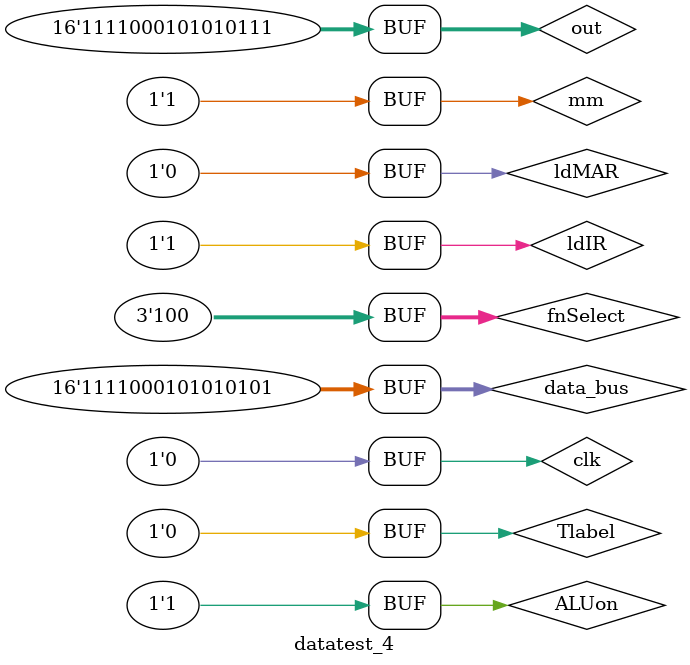
<source format=v>
`timescale 1ns / 1ps


module datatest_4;

	// Inputs
	reg ldMAR;
	reg [15:0] data_bus;
	reg ldIR;
	reg Tlabel;
	reg clk;
	reg ALUon;
	reg [2:0] fnSelect;
	reg mm;
	reg [15:0] out;

	// Outputs
	wire [3:0] ir_1;
	wire [1:0] ir_2;
	wire [1:0] ir_3;
	wire [2:0] ir_4;
	wire [2:0] funct;
	wire s;
	wire v;
	wire c;
	wire z;

	// Instantiate the Unit Under Test (UUT)
	datapath uut (
		.ldMAR(ldMAR), 
		.data_bus(data_bus), 
		.ldIR(ldIR), 
		.Tlabel(Tlabel), 
		.clk(clk), 
		.ir_1(ir_1), 
		.ir_2(ir_2), 
		.ir_3(ir_3), 
		.ir_4(ir_4), 
		.ALUon(ALUon), 
		.fnSelect(fnSelect), 
		.funct(funct), 
		.mm(mm), 
		.out(out), 
		.s(s), 
		.v(v), 
		.c(c), 
		.z(z)
	);

	initial begin
		// Initialize Inputs
		ldMAR = 0;
		data_bus = 0;
		ldIR = 0;
		Tlabel = 0;
		clk = 0;
		ALUon = 0;
		fnSelect = 0;
		mm = 0;
		out = 0;


		#10;
		clk=0;
		#5
		clk=1;
		data_bus = 16'b1111000101010101;
		ldIR =1;
		Tlabel =0;
		ldMAR =0;
		ALUon =1;
		fnSelect = 3'b100;
		mm =1;
		out = 16'b1111000101010111;
		#5
		clk=0;
		#5
		clk=1;
		data_bus = 16'b1111011101010101;
		ldIR =1;
		Tlabel =1;
		ldMAR =1;
		ALUon =0;
		fnSelect = 3'b101;
		mm=0;
		out = 16'b1111000101010001;
		#5
		clk =0;
		#5
		clk=1;
		data_bus = 16'b1111000101010101;
		ldIR =1;
		Tlabel =0;
		ldMAR =0;
		ALUon =1;
		fnSelect = 3'b100;
		mm =1;
		out = 16'b1111000101010111;
		#5
		clk=0;
		data_bus = 16'b1111000101010101;
		ldIR =1;
		Tlabel =0;
		ldMAR =0;
		ALUon =1;
		fnSelect = 3'b100;
		mm =1;
		out = 16'b1111000101010111;
		#5
		clk=0;
		data_bus = 16'b1111000101010101;
		ldIR =1;
		Tlabel =0;
		ldMAR =0;
		ALUon =1;
		fnSelect = 3'b100;
		mm =1;
		out = 16'b1111000101010111;
		#5
		clk=0;
		data_bus = 16'b1111000101010101;
		ldIR =1;
		Tlabel =0;
		ldMAR =0;
		ALUon =1;
		fnSelect = 3'b100;
		mm =1;
		out = 16'b1111000101010111;
		#5
		clk=0;		
		// Add stimulus here       
		// Add stimulus here

	end
      
endmodule


</source>
